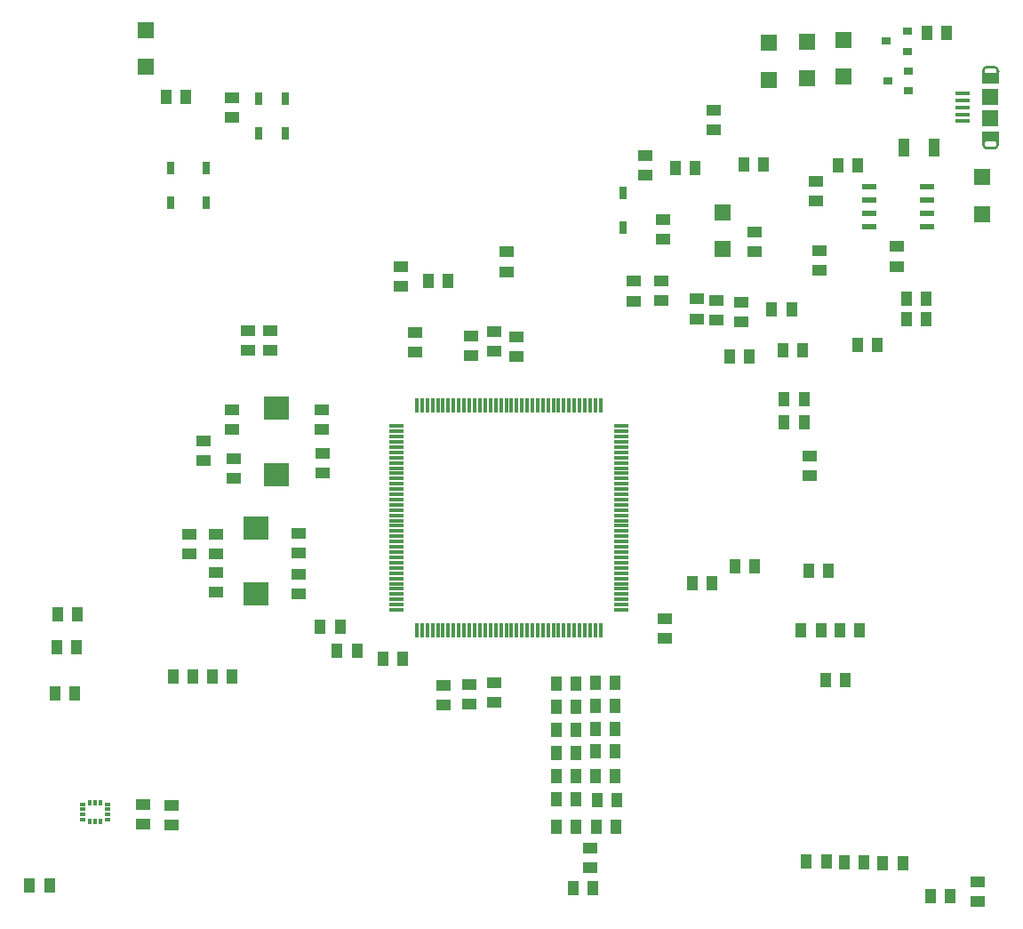
<source format=gtp>
%FSTAX23Y23*%
%MOIN*%
%SFA1B1*%

%IPPOS*%
%ADD18C,0.000000*%
%ADD19R,0.055000X0.040000*%
%ADD20R,0.024020X0.013780*%
%ADD21R,0.013780X0.024020*%
%ADD22R,0.040000X0.055000*%
%ADD23R,0.057090X0.011810*%
%ADD24R,0.011810X0.057090*%
%ADD25R,0.035430X0.031500*%
%ADD26R,0.057090X0.023620*%
%ADD27R,0.059060X0.059060*%
%ADD28R,0.030000X0.048000*%
%ADD29R,0.094490X0.086610*%
%ADD30R,0.053150X0.015750*%
%ADD31R,0.061020X0.059060*%
%ADD32R,0.041340X0.067720*%
%LNnucleoclone-1*%
%LPD*%
G36*
X03845Y03417D02*
X03845Y03416D01*
X03845Y03415*
X03845Y03414*
X03845Y03413*
X03844Y03412*
X03844Y03411*
X03844Y0341*
X03843Y03409*
X03843Y03408*
X03842Y03407*
X03842Y03406*
X03841Y03405*
X03841Y03404*
X0384Y03404*
X03839Y03403*
X03838Y03402*
X03838Y03402*
X03837Y03401*
X03836Y034*
X03835Y034*
X03834Y03399*
X03833Y03399*
X03832Y03398*
X03831Y03398*
X0383Y03398*
X03829Y03398*
X03828Y03397*
X03827Y03397*
X03826Y03397*
X03825Y03397*
X03804*
X03803Y03397*
X03802Y03397*
X03801Y03397*
X038Y03398*
X03799Y03398*
X03798Y03398*
X03797Y03398*
X03796Y03399*
X03795Y03399*
X03794Y034*
X03793Y034*
X03792Y03401*
X03791Y03402*
X0379Y03402*
X0379Y03403*
X03789Y03404*
X03788Y03404*
X03788Y03405*
X03787Y03406*
X03787Y03407*
X03786Y03408*
X03786Y03409*
X03785Y0341*
X03785Y03411*
X03785Y03412*
X03784Y03413*
X03784Y03414*
X03784Y03415*
X03784Y03416*
X03784Y03417*
Y03464*
X03845*
Y03417*
G37*
G36*
X03826Y03712D02*
X03827Y03712D01*
X03828Y03712*
X03829Y03712*
X0383Y03711*
X03831Y03711*
X03832Y03711*
X03833Y0371*
X03834Y0371*
X03835Y03709*
X03836Y03709*
X03837Y03708*
X03838Y03708*
X03838Y03707*
X03839Y03706*
X0384Y03706*
X03841Y03705*
X03841Y03704*
X03842Y03703*
X03842Y03702*
X03843Y03701*
X03843Y037*
X03844Y03699*
X03844Y03699*
X03844Y03698*
X03845Y03697*
X03845Y03695*
X03845Y03694*
X03845Y03693*
X03845Y03692*
Y03645*
X03784*
Y03692*
X03784Y03693*
X03784Y03694*
X03784Y03695*
X03784Y03697*
X03785Y03698*
X03785Y03699*
X03785Y03699*
X03786Y037*
X03786Y03701*
X03787Y03702*
X03787Y03703*
X03788Y03704*
X03788Y03705*
X03789Y03706*
X0379Y03706*
X0379Y03707*
X03791Y03708*
X03792Y03708*
X03793Y03709*
X03794Y03709*
X03795Y0371*
X03796Y0371*
X03797Y03711*
X03798Y03711*
X03799Y03711*
X038Y03712*
X03801Y03712*
X03802Y03712*
X03803Y03712*
X03804Y03712*
X03825*
X03826Y03712*
G37*
%LNnucleoclone-2*%
%LPC*%
G36*
X03827Y03427D02*
X03802D01*
X03801Y03427*
X03801Y03427*
X038Y03427*
X038Y03426*
X03799Y03426*
X03799Y03426*
X03798Y03426*
X03798Y03426*
X03797Y03426*
X03797Y03425*
X03796Y03425*
X03796Y03425*
X03795Y03424*
X03795Y03424*
X03795Y03424*
X03794Y03423*
X03794Y03423*
X03794Y03423*
X03793Y03422*
X03793Y03422*
X03793Y03421*
X03793Y03421*
X03792Y0342*
X03792Y0342*
X03792Y03419*
X03792Y03419*
X03792Y03418*
X03792Y03418*
X03792Y03417*
X03792Y03417*
X03792Y03416*
X03792Y03416*
X03792Y03415*
X03792Y03415*
X03792Y03414*
X03792Y03414*
X03792Y03413*
X03793Y03413*
X03793Y03412*
X03793Y03412*
X03793Y03411*
X03794Y03411*
X03794Y03411*
X03794Y0341*
X03795Y0341*
X03795Y0341*
X03795Y03409*
X03796Y03409*
X03796Y03409*
X03797Y03408*
X03797Y03408*
X03798Y03408*
X03798Y03408*
X03799Y03407*
X03799Y03407*
X038Y03407*
X038Y03407*
X03801Y03407*
X03801Y03407*
X03802Y03407*
X03827*
X03828Y03407*
X03828Y03407*
X03829Y03407*
X03829Y03407*
X0383Y03407*
X0383Y03407*
X03831Y03408*
X03831Y03408*
X03832Y03408*
X03832Y03408*
X03833Y03409*
X03833Y03409*
X03833Y03409*
X03834Y0341*
X03834Y0341*
X03835Y0341*
X03835Y03411*
X03835Y03411*
X03836Y03411*
X03836Y03412*
X03836Y03412*
X03836Y03413*
X03836Y03413*
X03837Y03414*
X03837Y03414*
X03837Y03415*
X03837Y03415*
X03837Y03416*
X03837Y03416*
X03837Y03417*
X03837Y03417*
X03837Y03418*
X03837Y03418*
X03837Y03419*
X03837Y03419*
X03837Y0342*
X03836Y0342*
X03836Y03421*
X03836Y03421*
X03836Y03422*
X03836Y03422*
X03835Y03423*
X03835Y03423*
X03835Y03423*
X03834Y03424*
X03834Y03424*
X03833Y03424*
X03833Y03425*
X03833Y03425*
X03832Y03425*
X03832Y03426*
X03831Y03426*
X03831Y03426*
X0383Y03426*
X0383Y03426*
X03829Y03426*
X03829Y03427*
X03828Y03427*
X03828Y03427*
X03827Y03427*
G37*
G36*
Y03702D02*
X03802D01*
X03801Y03702*
X03801Y03702*
X038Y03702*
X038Y03702*
X03799Y03702*
X03799Y03702*
X03798Y03702*
X03798Y03701*
X03797Y03701*
X03797Y03701*
X03796Y03701*
X03796Y037*
X03795Y037*
X03795Y037*
X03795Y03699*
X03794Y03699*
X03794Y03699*
X03794Y03698*
X03793Y03698*
X03793Y03697*
X03793Y03697*
X03793Y03696*
X03792Y03696*
X03792Y03695*
X03792Y03695*
X03792Y03694*
X03792Y03694*
X03792Y03693*
X03792Y03693*
X03792Y03692*
X03792Y03692*
X03792Y03691*
X03792Y03691*
X03792Y0369*
X03792Y0369*
X03792Y03689*
X03792Y03689*
X03793Y03688*
X03793Y03688*
X03793Y03687*
X03793Y03687*
X03794Y03687*
X03794Y03686*
X03794Y03686*
X03795Y03685*
X03795Y03685*
X03795Y03685*
X03796Y03684*
X03796Y03684*
X03797Y03684*
X03797Y03684*
X03798Y03683*
X03798Y03683*
X03799Y03683*
X03799Y03683*
X038Y03683*
X038Y03683*
X03801Y03683*
X03801Y03683*
X03802Y03683*
X03827*
X03828Y03683*
X03828Y03683*
X03829Y03683*
X03829Y03683*
X0383Y03683*
X0383Y03683*
X03831Y03683*
X03831Y03683*
X03832Y03684*
X03832Y03684*
X03833Y03684*
X03833Y03684*
X03833Y03685*
X03834Y03685*
X03834Y03685*
X03835Y03686*
X03835Y03686*
X03835Y03687*
X03836Y03687*
X03836Y03687*
X03836Y03688*
X03836Y03688*
X03836Y03689*
X03837Y03689*
X03837Y0369*
X03837Y0369*
X03837Y03691*
X03837Y03691*
X03837Y03692*
X03837Y03692*
X03837Y03693*
X03837Y03693*
X03837Y03694*
X03837Y03694*
X03837Y03695*
X03837Y03695*
X03836Y03696*
X03836Y03696*
X03836Y03697*
X03836Y03697*
X03836Y03698*
X03835Y03698*
X03835Y03699*
X03835Y03699*
X03834Y03699*
X03834Y037*
X03833Y037*
X03833Y037*
X03833Y03701*
X03832Y03701*
X03832Y03701*
X03831Y03701*
X03831Y03702*
X0383Y03702*
X0383Y03702*
X03829Y03702*
X03829Y03702*
X03828Y03702*
X03828Y03702*
X03827Y03702*
G37*
%LNnucleoclone-3*%
%LPD*%
G54D18*
X03784Y03417D02*
X03791D01*
X03838Y03692D02*
X03845D01*
G54D19*
X00744Y00864D03*
Y00938D03*
X00637Y00866D03*
Y0094D03*
X03767Y00577D03*
Y00651D03*
X03137Y02175D03*
Y02249D03*
X02594Y01565D03*
Y01639D03*
X03161Y03203D03*
Y03277D03*
X02586Y03061D03*
Y03135D03*
X02578Y02904D03*
Y0283D03*
X02476Y02829D03*
Y02903D03*
X01657Y0271D03*
Y02636D03*
X02Y02939D03*
Y03013D03*
X0131Y02183D03*
Y02257D03*
X01306Y02422D03*
Y02348D03*
X02314Y00703D03*
Y00777D03*
X00971Y02422D03*
Y02348D03*
X00975Y02163D03*
Y02237D03*
X00862Y02304D03*
Y0223D03*
X00811Y0188D03*
Y01954D03*
X0122Y0173D03*
Y01804D03*
X00909Y01954D03*
Y0188D03*
Y01738D03*
Y01812D03*
X01031Y02644D03*
Y02718D03*
X01114D03*
Y02644D03*
X03464Y02959D03*
Y03033D03*
X02881Y0275D03*
Y02824D03*
X02787Y02758D03*
Y02832D03*
X02712Y02762D03*
Y02836D03*
X01952Y01397D03*
Y01323D03*
X01858Y01391D03*
Y01317D03*
X01763Y01387D03*
Y01313D03*
X01866Y02699D03*
Y02625D03*
X01602Y02958D03*
Y02884D03*
X01952Y0264D03*
Y02714D03*
X02035Y0262D03*
Y02694D03*
X0097Y03518D03*
Y03592D03*
X02929Y03088D03*
Y03014D03*
X02775Y03544D03*
Y0347D03*
X02519Y03375D03*
Y03301D03*
X03173Y03017D03*
Y02943D03*
X0122Y01884D03*
Y01958D03*
G54D20*
X00411Y00883D03*
Y00903D03*
Y00923D03*
Y00942D03*
X00502Y00883D03*
Y00903D03*
Y00923D03*
Y00942D03*
G54D21*
X00476Y00877D03*
X00456D03*
X00437D03*
X00476Y00949D03*
X00456D03*
X00437D03*
G54D22*
X03266Y00724D03*
X0334D03*
X03411Y0072D03*
X03485D03*
X03269Y01409D03*
X03195D03*
X02407Y01397D03*
X02333D03*
X03317Y02665D03*
X03391D03*
X03577Y03834D03*
X03651D03*
X03242Y03338D03*
X03316D03*
X00722Y03594D03*
X00796D03*
X01707Y02905D03*
X01781D03*
X0225Y00629D03*
X02324D03*
X02187Y00858D03*
X02261D03*
X02414Y00958D03*
X0234D03*
X02411Y00858D03*
X02337D03*
X00391Y01653D03*
X00317D03*
X0325Y01594D03*
X03324D03*
X03104D03*
X03178D03*
X0075Y01421D03*
X00824D03*
X0097D03*
X00896D03*
X00305Y01358D03*
X00379D03*
X00313Y0153D03*
X00387D03*
X035Y02762D03*
X03574D03*
X02994Y02799D03*
X03068D03*
X02837Y02622D03*
X02911D03*
X03041Y0246D03*
X03115D03*
X03111Y02645D03*
X03037D03*
X03572Y02838D03*
X03498D03*
X03041Y02374D03*
X03115D03*
X01364Y01519D03*
X01438D03*
X01375Y01606D03*
X01301D03*
X03132Y01818D03*
X03206D03*
X02407Y01311D03*
X02333D03*
X02185Y01221D03*
X02259D03*
X02407Y01224D03*
X02333D03*
X02407Y01141D03*
X02333D03*
X02185Y01134D03*
X02259D03*
X02407Y01047D03*
X02333D03*
X02185Y01047D03*
X02259D03*
X02185Y0096D03*
X02259D03*
X01537Y01488D03*
X01611D03*
X02706Y03326D03*
X02632D03*
X02259Y01395D03*
X02185D03*
X02259Y01308D03*
X02185D03*
X03588Y00598D03*
X03662D03*
X03198Y00728D03*
X03124D03*
X00211Y00637D03*
X00285D03*
X0293Y01834D03*
X02856D03*
X02695Y01771D03*
X02769D03*
X02962Y03342D03*
X02888D03*
G54D23*
X01585Y0236D03*
Y0234D03*
Y0232D03*
Y02301D03*
Y02281D03*
Y02261D03*
Y02242D03*
Y02222D03*
Y02202D03*
Y02183D03*
Y02163D03*
Y02143D03*
Y02124D03*
Y02104D03*
Y02084D03*
Y02064D03*
Y02045D03*
Y02025D03*
Y02005D03*
Y01986D03*
Y01966D03*
Y01946D03*
Y01927D03*
Y01907D03*
Y01887D03*
Y01868D03*
Y01848D03*
Y01828D03*
Y01809D03*
Y01789D03*
Y01769D03*
Y0175D03*
Y0173D03*
Y0171D03*
Y0169D03*
Y01671D03*
X0243D03*
Y0169D03*
Y0171D03*
Y0173D03*
Y0175D03*
Y01769D03*
Y01789D03*
Y01809D03*
Y01828D03*
Y01848D03*
Y01868D03*
Y01887D03*
Y01907D03*
Y01927D03*
Y01946D03*
Y01966D03*
Y01986D03*
Y02005D03*
Y02025D03*
Y02045D03*
Y02064D03*
Y02084D03*
Y02104D03*
Y02124D03*
Y02143D03*
Y02163D03*
Y02183D03*
Y02202D03*
Y02222D03*
Y02242D03*
Y02261D03*
Y02281D03*
Y02301D03*
Y0232D03*
Y0234D03*
Y0236D03*
G54D24*
X01663Y01593D03*
X01683D03*
X01702D03*
X01722D03*
X01742D03*
X01761D03*
X01781D03*
X01801D03*
X0182D03*
X0184D03*
X0186D03*
X01879D03*
X01899D03*
X01919D03*
X01938D03*
X01958D03*
X01978D03*
X01998D03*
X02017D03*
X02037D03*
X02057D03*
X02076D03*
X02096D03*
X02116D03*
X02135D03*
X02155D03*
X02175D03*
X02194D03*
X02214D03*
X02234D03*
X02253D03*
X02273D03*
X02293D03*
X02312D03*
X02332D03*
X02352D03*
Y02437D03*
X02332D03*
X02312D03*
X02293D03*
X02273D03*
X02253D03*
X02234D03*
X02214D03*
X02194D03*
X02175D03*
X02155D03*
X02135D03*
X02116D03*
X02096D03*
X02076D03*
X02057D03*
X02037D03*
X02017D03*
X01998D03*
X01978D03*
X01958D03*
X01938D03*
X01919D03*
X01899D03*
X01879D03*
X0186D03*
X0184D03*
X0182D03*
X01801D03*
X01781D03*
X01761D03*
X01742D03*
X01722D03*
X01702D03*
X01683D03*
X01663D03*
G54D25*
X03502Y03765D03*
Y0384D03*
X03424Y03803D03*
X03507Y03616D03*
Y0369D03*
X03429Y03653D03*
G54D26*
X03575Y03106D03*
Y03156D03*
Y03206D03*
Y03256D03*
X03361Y03106D03*
Y03156D03*
Y03206D03*
Y03256D03*
G54D27*
X02984Y03659D03*
Y03797D03*
X03125Y03663D03*
Y03801D03*
X03263Y03671D03*
Y03809D03*
X02811Y03023D03*
Y03161D03*
X00645Y03706D03*
Y03844D03*
X03783Y03155D03*
Y03293D03*
G54D28*
X02437Y03103D03*
Y03235D03*
X0107Y03589D03*
Y03457D03*
X01169Y03589D03*
Y03457D03*
X0074Y03197D03*
Y03329D03*
X00874Y03197D03*
Y03329D03*
G54D29*
X01058Y01978D03*
Y0173D03*
X01137Y02179D03*
Y02427D03*
G54D30*
X03708Y03503D03*
Y03529D03*
Y03555D03*
Y0358D03*
Y03606D03*
G54D31*
X03814Y03515D03*
Y03594D03*
G54D32*
X03604Y03405D03*
X03489D03*
M02*
</source>
